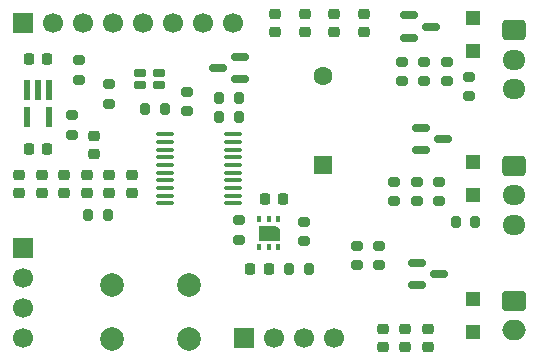
<source format=gts>
%TF.GenerationSoftware,KiCad,Pcbnew,9.0.6*%
%TF.CreationDate,2025-11-13T00:04:27-05:00*%
%TF.ProjectId,mask-board,6d61736b-2d62-46f6-9172-642e6b696361,rev?*%
%TF.SameCoordinates,Original*%
%TF.FileFunction,Soldermask,Top*%
%TF.FilePolarity,Negative*%
%FSLAX46Y46*%
G04 Gerber Fmt 4.6, Leading zero omitted, Abs format (unit mm)*
G04 Created by KiCad (PCBNEW 9.0.6) date 2025-11-13 00:04:27*
%MOMM*%
%LPD*%
G01*
G04 APERTURE LIST*
G04 Aperture macros list*
%AMRoundRect*
0 Rectangle with rounded corners*
0 $1 Rounding radius*
0 $2 $3 $4 $5 $6 $7 $8 $9 X,Y pos of 4 corners*
0 Add a 4 corners polygon primitive as box body*
4,1,4,$2,$3,$4,$5,$6,$7,$8,$9,$2,$3,0*
0 Add four circle primitives for the rounded corners*
1,1,$1+$1,$2,$3*
1,1,$1+$1,$4,$5*
1,1,$1+$1,$6,$7*
1,1,$1+$1,$8,$9*
0 Add four rect primitives between the rounded corners*
20,1,$1+$1,$2,$3,$4,$5,0*
20,1,$1+$1,$4,$5,$6,$7,0*
20,1,$1+$1,$6,$7,$8,$9,0*
20,1,$1+$1,$8,$9,$2,$3,0*%
G04 Aperture macros list end*
%ADD10C,0.010000*%
%ADD11RoundRect,0.200000X-0.200000X-0.275000X0.200000X-0.275000X0.200000X0.275000X-0.200000X0.275000X0*%
%ADD12RoundRect,0.250000X0.725000X-0.600000X0.725000X0.600000X-0.725000X0.600000X-0.725000X-0.600000X0*%
%ADD13O,1.950000X1.700000*%
%ADD14RoundRect,0.200000X0.275000X-0.200000X0.275000X0.200000X-0.275000X0.200000X-0.275000X-0.200000X0*%
%ADD15R,0.400000X0.550000*%
%ADD16RoundRect,0.200000X-0.275000X0.200000X-0.275000X-0.200000X0.275000X-0.200000X0.275000X0.200000X0*%
%ADD17RoundRect,0.225000X0.250000X-0.225000X0.250000X0.225000X-0.250000X0.225000X-0.250000X-0.225000X0*%
%ADD18RoundRect,0.105000X0.395000X0.245000X-0.395000X0.245000X-0.395000X-0.245000X0.395000X-0.245000X0*%
%ADD19RoundRect,0.225000X0.225000X0.250000X-0.225000X0.250000X-0.225000X-0.250000X0.225000X-0.250000X0*%
%ADD20R,1.700000X1.700000*%
%ADD21C,1.700000*%
%ADD22R,1.200000X1.200000*%
%ADD23RoundRect,0.200000X0.200000X0.275000X-0.200000X0.275000X-0.200000X-0.275000X0.200000X-0.275000X0*%
%ADD24RoundRect,0.225000X-0.250000X0.225000X-0.250000X-0.225000X0.250000X-0.225000X0.250000X0.225000X0*%
%ADD25RoundRect,0.150000X-0.587500X-0.150000X0.587500X-0.150000X0.587500X0.150000X-0.587500X0.150000X0*%
%ADD26RoundRect,0.100000X-0.637500X-0.100000X0.637500X-0.100000X0.637500X0.100000X-0.637500X0.100000X0*%
%ADD27RoundRect,0.225000X-0.225000X-0.250000X0.225000X-0.250000X0.225000X0.250000X-0.225000X0.250000X0*%
%ADD28RoundRect,0.250000X0.750000X-0.600000X0.750000X0.600000X-0.750000X0.600000X-0.750000X-0.600000X0*%
%ADD29O,2.000000X1.700000*%
%ADD30R,1.600000X1.600000*%
%ADD31C,1.600000*%
%ADD32C,2.000000*%
%ADD33R,0.612132X1.805236*%
%ADD34RoundRect,0.150000X0.587500X0.150000X-0.587500X0.150000X-0.587500X-0.150000X0.587500X-0.150000X0*%
G04 APERTURE END LIST*
D10*
%TO.C,U3*%
X144868000Y-96195000D02*
X144868000Y-97145000D01*
X143168000Y-97145000D01*
X143168000Y-95895000D01*
X144568000Y-95895000D01*
X144868000Y-96195000D01*
G36*
X144868000Y-96195000D02*
G01*
X144868000Y-97145000D01*
X143168000Y-97145000D01*
X143168000Y-95895000D01*
X144568000Y-95895000D01*
X144868000Y-96195000D01*
G37*
%TD*%
D11*
%TO.C,R5*%
X133570000Y-86042500D03*
X135220000Y-86042500D03*
%TD*%
D12*
%TO.C,M1*%
X164782500Y-79375000D03*
D13*
X164782500Y-81875000D03*
X164782500Y-84375000D03*
%TD*%
D14*
%TO.C,R4*%
X130492500Y-85597500D03*
X130492500Y-83947500D03*
%TD*%
D15*
%TO.C,U3*%
X144818000Y-95370000D03*
X144018000Y-95370000D03*
X143218000Y-95370000D03*
X143218000Y-97670000D03*
X144018000Y-97670000D03*
X144818000Y-97670000D03*
%TD*%
D16*
%TO.C,R1*%
X147028000Y-95575000D03*
X147028000Y-97225000D03*
%TD*%
D17*
%TO.C,C17*%
X157480000Y-106185000D03*
X157480000Y-104635000D03*
%TD*%
D18*
%TO.C,D1*%
X133087500Y-83002500D03*
X133087500Y-84002500D03*
X134687500Y-84002500D03*
X134687500Y-83002500D03*
%TD*%
D19*
%TO.C,C2*%
X125232501Y-81772501D03*
X123682501Y-81772501D03*
%TD*%
D20*
%TO.C,J2*%
X141922500Y-105410000D03*
D21*
X144462500Y-105410000D03*
X147002500Y-105410000D03*
X149542500Y-105410000D03*
%TD*%
D19*
%TO.C,C4*%
X143993000Y-99575000D03*
X142443000Y-99575000D03*
%TD*%
D14*
%TO.C,R20*%
X159067500Y-83692500D03*
X159067500Y-82042500D03*
%TD*%
D22*
%TO.C,D3*%
X161290000Y-81092500D03*
X161290000Y-78292500D03*
%TD*%
D12*
%TO.C,M2*%
X164782500Y-90845000D03*
D13*
X164782500Y-93345000D03*
X164782500Y-95845000D03*
%TD*%
D11*
%TO.C,R7*%
X128715000Y-94996000D03*
X130365000Y-94996000D03*
%TD*%
D16*
%TO.C,R11*%
X153352500Y-97600000D03*
X153352500Y-99250000D03*
%TD*%
D23*
%TO.C,R16*%
X141477500Y-85090000D03*
X139827500Y-85090000D03*
%TD*%
D17*
%TO.C,C7*%
X128587500Y-93145000D03*
X128587500Y-91595000D03*
%TD*%
D24*
%TO.C,C14*%
X149546000Y-77978000D03*
X149546000Y-79528000D03*
%TD*%
D14*
%TO.C,R15*%
X156527500Y-93852500D03*
X156527500Y-92202500D03*
%TD*%
D25*
%TO.C,Q4*%
X156860000Y-87632500D03*
X156860000Y-89532500D03*
X158735000Y-88582500D03*
%TD*%
%TO.C,Q3*%
X155907500Y-78107500D03*
X155907500Y-80007500D03*
X157782500Y-79057500D03*
%TD*%
D19*
%TO.C,C1*%
X125232501Y-89392501D03*
X123682501Y-89392501D03*
%TD*%
D17*
%TO.C,C10*%
X122872500Y-93145000D03*
X122872500Y-91595000D03*
%TD*%
D25*
%TO.C,Q2*%
X156542500Y-99062500D03*
X156542500Y-100962500D03*
X158417500Y-100012500D03*
%TD*%
D14*
%TO.C,R19*%
X158432500Y-93852500D03*
X158432500Y-92202500D03*
%TD*%
D22*
%TO.C,D2*%
X161290000Y-102105000D03*
X161290000Y-104905000D03*
%TD*%
D24*
%TO.C,C13*%
X152056000Y-77978000D03*
X152056000Y-79528000D03*
%TD*%
%TO.C,C15*%
X147036000Y-77978000D03*
X147036000Y-79528000D03*
%TD*%
D26*
%TO.C,U1*%
X135250000Y-88175000D03*
X135250000Y-88825000D03*
X135250000Y-89475000D03*
X135250000Y-90125000D03*
X135250000Y-90775000D03*
X135250000Y-91425000D03*
X135250000Y-92075000D03*
X135250000Y-92725000D03*
X135250000Y-93375000D03*
X135250000Y-94025000D03*
X140975000Y-94025000D03*
X140975000Y-93375000D03*
X140975000Y-92725000D03*
X140975000Y-92075000D03*
X140975000Y-91425000D03*
X140975000Y-90775000D03*
X140975000Y-90125000D03*
X140975000Y-89475000D03*
X140975000Y-88825000D03*
X140975000Y-88175000D03*
%TD*%
D24*
%TO.C,C16*%
X144526000Y-77978000D03*
X144526000Y-79528000D03*
%TD*%
D17*
%TO.C,C18*%
X153670000Y-106185000D03*
X153670000Y-104635000D03*
%TD*%
D27*
%TO.C,C3*%
X143687500Y-93662500D03*
X145237500Y-93662500D03*
%TD*%
D28*
%TO.C,M3*%
X164782500Y-102275000D03*
D29*
X164782500Y-104775000D03*
%TD*%
D30*
%TO.C,BZ1*%
X148590000Y-90805000D03*
D31*
X148590000Y-83205000D03*
%TD*%
D17*
%TO.C,C6*%
X130492500Y-93145000D03*
X130492500Y-91595000D03*
%TD*%
D11*
%TO.C,R18*%
X159830000Y-95567500D03*
X161480000Y-95567500D03*
%TD*%
D14*
%TO.C,R13*%
X157162500Y-83692500D03*
X157162500Y-82042500D03*
%TD*%
D17*
%TO.C,C8*%
X126682500Y-93145000D03*
X126682500Y-91595000D03*
%TD*%
D22*
%TO.C,D4*%
X161290000Y-93287500D03*
X161290000Y-90487500D03*
%TD*%
D14*
%TO.C,R12*%
X155257500Y-83692500D03*
X155257500Y-82042500D03*
%TD*%
D32*
%TO.C,SW1*%
X137235000Y-105465000D03*
X130735000Y-105465000D03*
X137235000Y-100965000D03*
X130735000Y-100965000D03*
%TD*%
D23*
%TO.C,R17*%
X141477500Y-86677500D03*
X139827500Y-86677500D03*
%TD*%
D33*
%TO.C,U2*%
X125407502Y-84432018D03*
X124457501Y-84432018D03*
X123507500Y-84432018D03*
X123507500Y-86732984D03*
X125407502Y-86732984D03*
%TD*%
D14*
%TO.C,R9*%
X127952500Y-83565000D03*
X127952500Y-81915000D03*
%TD*%
D17*
%TO.C,C5*%
X132397500Y-93145000D03*
X132397500Y-91595000D03*
%TD*%
D14*
%TO.C,R21*%
X160972500Y-84962500D03*
X160972500Y-83312500D03*
%TD*%
D17*
%TO.C,C9*%
X124777500Y-93145000D03*
X124777500Y-91595000D03*
%TD*%
D24*
%TO.C,C11*%
X129215000Y-88280000D03*
X129215000Y-89830000D03*
%TD*%
D23*
%TO.C,R3*%
X147383000Y-99575000D03*
X145733000Y-99575000D03*
%TD*%
D17*
%TO.C,C19*%
X155575000Y-106185000D03*
X155575000Y-104635000D03*
%TD*%
D20*
%TO.C,J1*%
X123190000Y-97790000D03*
D21*
X123190000Y-100330000D03*
X123190000Y-102870000D03*
X123190000Y-105410000D03*
%TD*%
D16*
%TO.C,R8*%
X127310000Y-86572500D03*
X127310000Y-88222500D03*
%TD*%
%TO.C,R10*%
X151447500Y-97600000D03*
X151447500Y-99250000D03*
%TD*%
D14*
%TO.C,R2*%
X141478000Y-97091000D03*
X141478000Y-95441000D03*
%TD*%
D34*
%TO.C,Q1*%
X141605000Y-83502500D03*
X141605000Y-81602500D03*
X139730000Y-82552500D03*
%TD*%
D14*
%TO.C,R6*%
X137062500Y-86232500D03*
X137062500Y-84582500D03*
%TD*%
%TO.C,R14*%
X154622500Y-93852500D03*
X154622500Y-92202500D03*
%TD*%
D20*
%TO.C,A1*%
X123190000Y-78740000D03*
D21*
X125730000Y-78740000D03*
X128270000Y-78740000D03*
X130810000Y-78740000D03*
X133350000Y-78740000D03*
X135890000Y-78740000D03*
X138430000Y-78740000D03*
X140970000Y-78740000D03*
%TD*%
M02*

</source>
